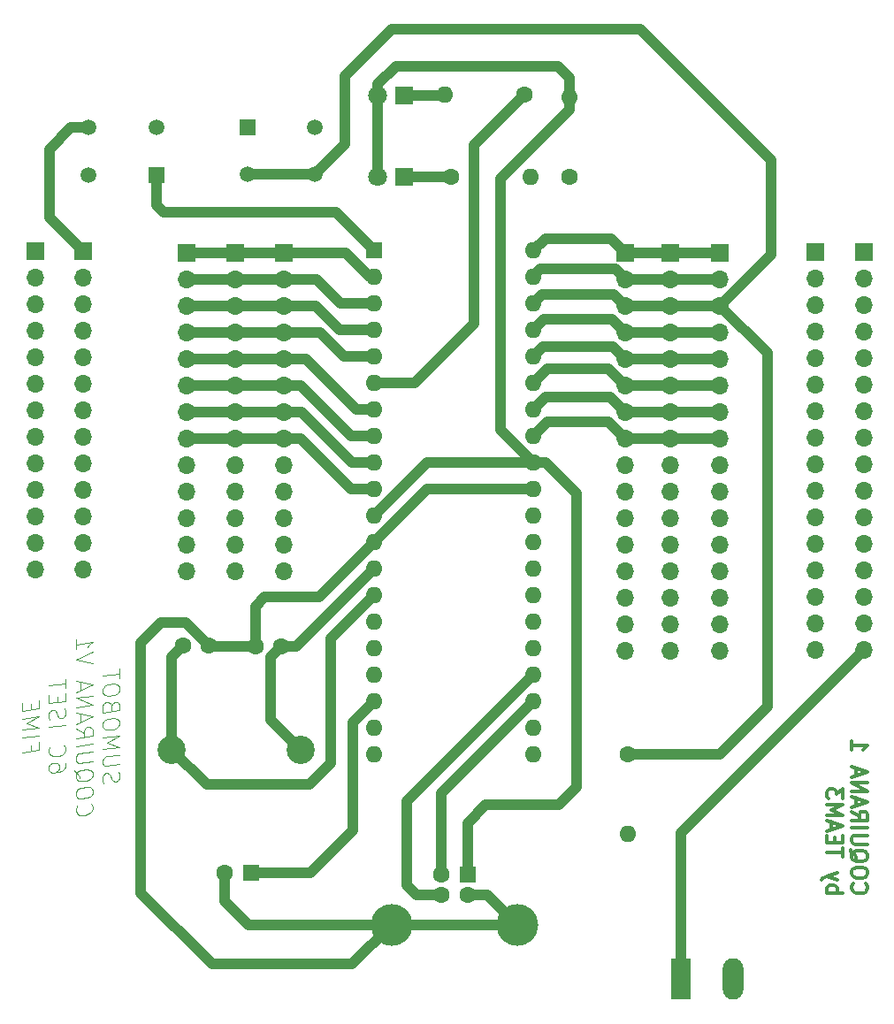
<source format=gbr>
%TF.GenerationSoftware,KiCad,Pcbnew,8.0.8*%
%TF.CreationDate,2025-04-17T23:47:29-06:00*%
%TF.ProjectId,Coquirana1,436f7175-6972-4616-9e61-312e6b696361,rev?*%
%TF.SameCoordinates,Original*%
%TF.FileFunction,Copper,L2,Bot*%
%TF.FilePolarity,Positive*%
%FSLAX46Y46*%
G04 Gerber Fmt 4.6, Leading zero omitted, Abs format (unit mm)*
G04 Created by KiCad (PCBNEW 8.0.8) date 2025-04-17 23:47:29*
%MOMM*%
%LPD*%
G01*
G04 APERTURE LIST*
%ADD10C,0.125000*%
%TA.AperFunction,NonConductor*%
%ADD11C,0.125000*%
%TD*%
%ADD12C,0.300000*%
%TA.AperFunction,NonConductor*%
%ADD13C,0.300000*%
%TD*%
%TA.AperFunction,ComponentPad*%
%ADD14C,1.600000*%
%TD*%
%TA.AperFunction,ComponentPad*%
%ADD15O,1.600000X1.600000*%
%TD*%
%TA.AperFunction,ComponentPad*%
%ADD16C,1.498000*%
%TD*%
%TA.AperFunction,ComponentPad*%
%ADD17R,1.498000X1.498000*%
%TD*%
%TA.AperFunction,ComponentPad*%
%ADD18R,1.700000X1.700000*%
%TD*%
%TA.AperFunction,ComponentPad*%
%ADD19O,1.700000X1.700000*%
%TD*%
%TA.AperFunction,ComponentPad*%
%ADD20R,1.600000X1.600000*%
%TD*%
%TA.AperFunction,ComponentPad*%
%ADD21R,1.800000X1.800000*%
%TD*%
%TA.AperFunction,ComponentPad*%
%ADD22C,1.800000*%
%TD*%
%TA.AperFunction,ComponentPad*%
%ADD23C,4.000000*%
%TD*%
%TA.AperFunction,ComponentPad*%
%ADD24R,1.980000X3.960000*%
%TD*%
%TA.AperFunction,ComponentPad*%
%ADD25O,1.980000X3.960000*%
%TD*%
%TA.AperFunction,ComponentPad*%
%ADD26C,2.700000*%
%TD*%
%TA.AperFunction,Conductor*%
%ADD27C,1.000000*%
%TD*%
%TA.AperFunction,Conductor*%
%ADD28C,0.200000*%
%TD*%
G04 APERTURE END LIST*
D10*
D11*
X115856230Y-115945237D02*
X115780039Y-115726189D01*
X115780039Y-115726189D02*
X115780039Y-115345237D01*
X115780039Y-115345237D02*
X115856230Y-115183332D01*
X115856230Y-115183332D02*
X115932420Y-115097618D01*
X115932420Y-115097618D02*
X116084801Y-115002379D01*
X116084801Y-115002379D02*
X116237182Y-114983332D01*
X116237182Y-114983332D02*
X116389563Y-115040475D01*
X116389563Y-115040475D02*
X116465753Y-115107141D01*
X116465753Y-115107141D02*
X116541944Y-115249999D01*
X116541944Y-115249999D02*
X116618134Y-115545237D01*
X116618134Y-115545237D02*
X116694325Y-115688094D01*
X116694325Y-115688094D02*
X116770515Y-115754760D01*
X116770515Y-115754760D02*
X116922896Y-115811903D01*
X116922896Y-115811903D02*
X117075277Y-115792856D01*
X117075277Y-115792856D02*
X117227658Y-115697618D01*
X117227658Y-115697618D02*
X117303849Y-115611903D01*
X117303849Y-115611903D02*
X117380039Y-115449999D01*
X117380039Y-115449999D02*
X117380039Y-115069046D01*
X117380039Y-115069046D02*
X117303849Y-114849999D01*
X117380039Y-114154760D02*
X116084801Y-114316665D01*
X116084801Y-114316665D02*
X115932420Y-114259522D01*
X115932420Y-114259522D02*
X115856230Y-114192855D01*
X115856230Y-114192855D02*
X115780039Y-114049998D01*
X115780039Y-114049998D02*
X115780039Y-113745236D01*
X115780039Y-113745236D02*
X115856230Y-113583331D01*
X115856230Y-113583331D02*
X115932420Y-113497617D01*
X115932420Y-113497617D02*
X116084801Y-113402379D01*
X116084801Y-113402379D02*
X117380039Y-113240474D01*
X115780039Y-112678570D02*
X117380039Y-112478570D01*
X117380039Y-112478570D02*
X116237182Y-112088094D01*
X116237182Y-112088094D02*
X117380039Y-111411903D01*
X117380039Y-111411903D02*
X115780039Y-111611903D01*
X117380039Y-110345237D02*
X117380039Y-110040475D01*
X117380039Y-110040475D02*
X117303849Y-109897618D01*
X117303849Y-109897618D02*
X117151468Y-109764285D01*
X117151468Y-109764285D02*
X116846706Y-109726189D01*
X116846706Y-109726189D02*
X116313372Y-109792856D01*
X116313372Y-109792856D02*
X116008610Y-109907142D01*
X116008610Y-109907142D02*
X115856230Y-110078570D01*
X115856230Y-110078570D02*
X115780039Y-110240475D01*
X115780039Y-110240475D02*
X115780039Y-110545237D01*
X115780039Y-110545237D02*
X115856230Y-110688094D01*
X115856230Y-110688094D02*
X116008610Y-110821428D01*
X116008610Y-110821428D02*
X116313372Y-110859523D01*
X116313372Y-110859523D02*
X116846706Y-110792856D01*
X116846706Y-110792856D02*
X117151468Y-110678570D01*
X117151468Y-110678570D02*
X117303849Y-110507142D01*
X117303849Y-110507142D02*
X117380039Y-110345237D01*
X116618134Y-108535714D02*
X116541944Y-108316666D01*
X116541944Y-108316666D02*
X116465753Y-108249999D01*
X116465753Y-108249999D02*
X116313372Y-108192857D01*
X116313372Y-108192857D02*
X116084801Y-108221428D01*
X116084801Y-108221428D02*
X115932420Y-108316666D01*
X115932420Y-108316666D02*
X115856230Y-108402380D01*
X115856230Y-108402380D02*
X115780039Y-108564285D01*
X115780039Y-108564285D02*
X115780039Y-109173809D01*
X115780039Y-109173809D02*
X117380039Y-108973809D01*
X117380039Y-108973809D02*
X117380039Y-108440476D01*
X117380039Y-108440476D02*
X117303849Y-108297618D01*
X117303849Y-108297618D02*
X117227658Y-108230952D01*
X117227658Y-108230952D02*
X117075277Y-108173809D01*
X117075277Y-108173809D02*
X116922896Y-108192857D01*
X116922896Y-108192857D02*
X116770515Y-108288095D01*
X116770515Y-108288095D02*
X116694325Y-108373809D01*
X116694325Y-108373809D02*
X116618134Y-108535714D01*
X116618134Y-108535714D02*
X116618134Y-109069047D01*
X117380039Y-107069047D02*
X117380039Y-106764285D01*
X117380039Y-106764285D02*
X117303849Y-106621428D01*
X117303849Y-106621428D02*
X117151468Y-106488095D01*
X117151468Y-106488095D02*
X116846706Y-106449999D01*
X116846706Y-106449999D02*
X116313372Y-106516666D01*
X116313372Y-106516666D02*
X116008610Y-106630952D01*
X116008610Y-106630952D02*
X115856230Y-106802380D01*
X115856230Y-106802380D02*
X115780039Y-106964285D01*
X115780039Y-106964285D02*
X115780039Y-107269047D01*
X115780039Y-107269047D02*
X115856230Y-107411904D01*
X115856230Y-107411904D02*
X116008610Y-107545238D01*
X116008610Y-107545238D02*
X116313372Y-107583333D01*
X116313372Y-107583333D02*
X116846706Y-107516666D01*
X116846706Y-107516666D02*
X117151468Y-107402380D01*
X117151468Y-107402380D02*
X117303849Y-107230952D01*
X117303849Y-107230952D02*
X117380039Y-107069047D01*
X117380039Y-105926190D02*
X117380039Y-105011905D01*
X115780039Y-105669048D02*
X117380039Y-105469048D01*
X113356510Y-118107143D02*
X113280320Y-118192857D01*
X113280320Y-118192857D02*
X113204129Y-118430952D01*
X113204129Y-118430952D02*
X113204129Y-118583333D01*
X113204129Y-118583333D02*
X113280320Y-118802381D01*
X113280320Y-118802381D02*
X113432700Y-118935714D01*
X113432700Y-118935714D02*
X113585081Y-118992857D01*
X113585081Y-118992857D02*
X113889843Y-119030952D01*
X113889843Y-119030952D02*
X114118415Y-119002381D01*
X114118415Y-119002381D02*
X114423177Y-118888095D01*
X114423177Y-118888095D02*
X114575558Y-118792857D01*
X114575558Y-118792857D02*
X114727939Y-118621428D01*
X114727939Y-118621428D02*
X114804129Y-118383333D01*
X114804129Y-118383333D02*
X114804129Y-118230952D01*
X114804129Y-118230952D02*
X114727939Y-118011905D01*
X114727939Y-118011905D02*
X114651748Y-117945238D01*
X114804129Y-116935714D02*
X114804129Y-116630952D01*
X114804129Y-116630952D02*
X114727939Y-116488095D01*
X114727939Y-116488095D02*
X114575558Y-116354762D01*
X114575558Y-116354762D02*
X114270796Y-116316666D01*
X114270796Y-116316666D02*
X113737462Y-116383333D01*
X113737462Y-116383333D02*
X113432700Y-116497619D01*
X113432700Y-116497619D02*
X113280320Y-116669047D01*
X113280320Y-116669047D02*
X113204129Y-116830952D01*
X113204129Y-116830952D02*
X113204129Y-117135714D01*
X113204129Y-117135714D02*
X113280320Y-117278571D01*
X113280320Y-117278571D02*
X113432700Y-117411905D01*
X113432700Y-117411905D02*
X113737462Y-117450000D01*
X113737462Y-117450000D02*
X114270796Y-117383333D01*
X114270796Y-117383333D02*
X114575558Y-117269047D01*
X114575558Y-117269047D02*
X114727939Y-117097619D01*
X114727939Y-117097619D02*
X114804129Y-116935714D01*
X113051748Y-114716667D02*
X113127939Y-114859524D01*
X113127939Y-114859524D02*
X113280320Y-114992857D01*
X113280320Y-114992857D02*
X113508891Y-115192857D01*
X113508891Y-115192857D02*
X113585081Y-115335715D01*
X113585081Y-115335715D02*
X113585081Y-115488095D01*
X113204129Y-115459524D02*
X113280320Y-115602381D01*
X113280320Y-115602381D02*
X113432700Y-115735715D01*
X113432700Y-115735715D02*
X113737462Y-115773810D01*
X113737462Y-115773810D02*
X114270796Y-115707143D01*
X114270796Y-115707143D02*
X114575558Y-115592857D01*
X114575558Y-115592857D02*
X114727939Y-115421429D01*
X114727939Y-115421429D02*
X114804129Y-115259524D01*
X114804129Y-115259524D02*
X114804129Y-114954762D01*
X114804129Y-114954762D02*
X114727939Y-114811905D01*
X114727939Y-114811905D02*
X114575558Y-114678572D01*
X114575558Y-114678572D02*
X114270796Y-114640476D01*
X114270796Y-114640476D02*
X113737462Y-114707143D01*
X113737462Y-114707143D02*
X113432700Y-114821429D01*
X113432700Y-114821429D02*
X113280320Y-114992857D01*
X113280320Y-114992857D02*
X113204129Y-115154762D01*
X113204129Y-115154762D02*
X113204129Y-115459524D01*
X114804129Y-113888096D02*
X113508891Y-114050001D01*
X113508891Y-114050001D02*
X113356510Y-113992858D01*
X113356510Y-113992858D02*
X113280320Y-113926191D01*
X113280320Y-113926191D02*
X113204129Y-113783334D01*
X113204129Y-113783334D02*
X113204129Y-113478572D01*
X113204129Y-113478572D02*
X113280320Y-113316667D01*
X113280320Y-113316667D02*
X113356510Y-113230953D01*
X113356510Y-113230953D02*
X113508891Y-113135715D01*
X113508891Y-113135715D02*
X114804129Y-112973810D01*
X113204129Y-112411906D02*
X114804129Y-112211906D01*
X113204129Y-110735715D02*
X113966034Y-111173810D01*
X113204129Y-111650001D02*
X114804129Y-111450001D01*
X114804129Y-111450001D02*
X114804129Y-110840477D01*
X114804129Y-110840477D02*
X114727939Y-110697620D01*
X114727939Y-110697620D02*
X114651748Y-110630953D01*
X114651748Y-110630953D02*
X114499367Y-110573810D01*
X114499367Y-110573810D02*
X114270796Y-110602382D01*
X114270796Y-110602382D02*
X114118415Y-110697620D01*
X114118415Y-110697620D02*
X114042224Y-110783334D01*
X114042224Y-110783334D02*
X113966034Y-110945239D01*
X113966034Y-110945239D02*
X113966034Y-111554763D01*
X113661272Y-110069049D02*
X113661272Y-109307144D01*
X113204129Y-110278572D02*
X114804129Y-109545239D01*
X114804129Y-109545239D02*
X113204129Y-109211906D01*
X113204129Y-108678572D02*
X114804129Y-108478572D01*
X114804129Y-108478572D02*
X113204129Y-107764286D01*
X113204129Y-107764286D02*
X114804129Y-107564286D01*
X113661272Y-107021430D02*
X113661272Y-106259525D01*
X113204129Y-107230953D02*
X114804129Y-106497620D01*
X114804129Y-106497620D02*
X113204129Y-106164287D01*
X114804129Y-104440476D02*
X113204129Y-104107143D01*
X113204129Y-104107143D02*
X114804129Y-103373810D01*
X113204129Y-102202381D02*
X113204129Y-103116666D01*
X113204129Y-102659524D02*
X114804129Y-102459524D01*
X114804129Y-102459524D02*
X114575558Y-102640476D01*
X114575558Y-102640476D02*
X114423177Y-102811905D01*
X114423177Y-102811905D02*
X114346986Y-102973809D01*
X112228219Y-114040477D02*
X112228219Y-114345239D01*
X112228219Y-114345239D02*
X112152029Y-114507143D01*
X112152029Y-114507143D02*
X112075838Y-114592858D01*
X112075838Y-114592858D02*
X111847267Y-114773810D01*
X111847267Y-114773810D02*
X111542505Y-114888096D01*
X111542505Y-114888096D02*
X110932981Y-114964286D01*
X110932981Y-114964286D02*
X110780600Y-114907143D01*
X110780600Y-114907143D02*
X110704410Y-114840477D01*
X110704410Y-114840477D02*
X110628219Y-114697620D01*
X110628219Y-114697620D02*
X110628219Y-114392858D01*
X110628219Y-114392858D02*
X110704410Y-114230953D01*
X110704410Y-114230953D02*
X110780600Y-114145239D01*
X110780600Y-114145239D02*
X110932981Y-114050000D01*
X110932981Y-114050000D02*
X111313933Y-114002381D01*
X111313933Y-114002381D02*
X111466314Y-114059524D01*
X111466314Y-114059524D02*
X111542505Y-114126191D01*
X111542505Y-114126191D02*
X111618695Y-114269048D01*
X111618695Y-114269048D02*
X111618695Y-114573810D01*
X111618695Y-114573810D02*
X111542505Y-114735715D01*
X111542505Y-114735715D02*
X111466314Y-114821429D01*
X111466314Y-114821429D02*
X111313933Y-114916667D01*
X110780600Y-112469048D02*
X110704410Y-112554762D01*
X110704410Y-112554762D02*
X110628219Y-112792857D01*
X110628219Y-112792857D02*
X110628219Y-112945238D01*
X110628219Y-112945238D02*
X110704410Y-113164286D01*
X110704410Y-113164286D02*
X110856790Y-113297619D01*
X110856790Y-113297619D02*
X111009171Y-113354762D01*
X111009171Y-113354762D02*
X111313933Y-113392857D01*
X111313933Y-113392857D02*
X111542505Y-113364286D01*
X111542505Y-113364286D02*
X111847267Y-113250000D01*
X111847267Y-113250000D02*
X111999648Y-113154762D01*
X111999648Y-113154762D02*
X112152029Y-112983333D01*
X112152029Y-112983333D02*
X112228219Y-112745238D01*
X112228219Y-112745238D02*
X112228219Y-112592857D01*
X112228219Y-112592857D02*
X112152029Y-112373810D01*
X112152029Y-112373810D02*
X112075838Y-112307143D01*
X110628219Y-110583333D02*
X112228219Y-110383333D01*
X110704410Y-109888095D02*
X110628219Y-109669047D01*
X110628219Y-109669047D02*
X110628219Y-109288095D01*
X110628219Y-109288095D02*
X110704410Y-109126190D01*
X110704410Y-109126190D02*
X110780600Y-109040476D01*
X110780600Y-109040476D02*
X110932981Y-108945237D01*
X110932981Y-108945237D02*
X111085362Y-108926190D01*
X111085362Y-108926190D02*
X111237743Y-108983333D01*
X111237743Y-108983333D02*
X111313933Y-109049999D01*
X111313933Y-109049999D02*
X111390124Y-109192857D01*
X111390124Y-109192857D02*
X111466314Y-109488095D01*
X111466314Y-109488095D02*
X111542505Y-109630952D01*
X111542505Y-109630952D02*
X111618695Y-109697618D01*
X111618695Y-109697618D02*
X111771076Y-109754761D01*
X111771076Y-109754761D02*
X111923457Y-109735714D01*
X111923457Y-109735714D02*
X112075838Y-109640476D01*
X112075838Y-109640476D02*
X112152029Y-109554761D01*
X112152029Y-109554761D02*
X112228219Y-109392857D01*
X112228219Y-109392857D02*
X112228219Y-109011904D01*
X112228219Y-109011904D02*
X112152029Y-108792857D01*
X111466314Y-108192856D02*
X111466314Y-107659523D01*
X110628219Y-107535713D02*
X110628219Y-108297618D01*
X110628219Y-108297618D02*
X112228219Y-108097618D01*
X112228219Y-108097618D02*
X112228219Y-107335713D01*
X112228219Y-106878570D02*
X112228219Y-105964285D01*
X110628219Y-106621428D02*
X112228219Y-106421428D01*
X108890404Y-112345238D02*
X108890404Y-112878571D01*
X108052309Y-112983333D02*
X109652309Y-112783333D01*
X109652309Y-112783333D02*
X109652309Y-112021428D01*
X108052309Y-111611904D02*
X109652309Y-111411904D01*
X108052309Y-110849999D02*
X109652309Y-110649999D01*
X109652309Y-110649999D02*
X108509452Y-110259523D01*
X108509452Y-110259523D02*
X109652309Y-109583332D01*
X109652309Y-109583332D02*
X108052309Y-109783332D01*
X108890404Y-108916666D02*
X108890404Y-108383333D01*
X108052309Y-108259523D02*
X108052309Y-109021428D01*
X108052309Y-109021428D02*
X109652309Y-108821428D01*
X109652309Y-108821428D02*
X109652309Y-108059523D01*
D12*
D13*
X187656944Y-125588346D02*
X187585516Y-125659774D01*
X187585516Y-125659774D02*
X187514087Y-125874060D01*
X187514087Y-125874060D02*
X187514087Y-126016917D01*
X187514087Y-126016917D02*
X187585516Y-126231203D01*
X187585516Y-126231203D02*
X187728373Y-126374060D01*
X187728373Y-126374060D02*
X187871230Y-126445489D01*
X187871230Y-126445489D02*
X188156944Y-126516917D01*
X188156944Y-126516917D02*
X188371230Y-126516917D01*
X188371230Y-126516917D02*
X188656944Y-126445489D01*
X188656944Y-126445489D02*
X188799801Y-126374060D01*
X188799801Y-126374060D02*
X188942658Y-126231203D01*
X188942658Y-126231203D02*
X189014087Y-126016917D01*
X189014087Y-126016917D02*
X189014087Y-125874060D01*
X189014087Y-125874060D02*
X188942658Y-125659774D01*
X188942658Y-125659774D02*
X188871230Y-125588346D01*
X189014087Y-124659774D02*
X189014087Y-124374060D01*
X189014087Y-124374060D02*
X188942658Y-124231203D01*
X188942658Y-124231203D02*
X188799801Y-124088346D01*
X188799801Y-124088346D02*
X188514087Y-124016917D01*
X188514087Y-124016917D02*
X188014087Y-124016917D01*
X188014087Y-124016917D02*
X187728373Y-124088346D01*
X187728373Y-124088346D02*
X187585516Y-124231203D01*
X187585516Y-124231203D02*
X187514087Y-124374060D01*
X187514087Y-124374060D02*
X187514087Y-124659774D01*
X187514087Y-124659774D02*
X187585516Y-124802632D01*
X187585516Y-124802632D02*
X187728373Y-124945489D01*
X187728373Y-124945489D02*
X188014087Y-125016917D01*
X188014087Y-125016917D02*
X188514087Y-125016917D01*
X188514087Y-125016917D02*
X188799801Y-124945489D01*
X188799801Y-124945489D02*
X188942658Y-124802632D01*
X188942658Y-124802632D02*
X189014087Y-124659774D01*
X187371230Y-122374060D02*
X187442658Y-122516917D01*
X187442658Y-122516917D02*
X187585516Y-122659774D01*
X187585516Y-122659774D02*
X187799801Y-122874060D01*
X187799801Y-122874060D02*
X187871230Y-123016917D01*
X187871230Y-123016917D02*
X187871230Y-123159774D01*
X187514087Y-123088345D02*
X187585516Y-123231203D01*
X187585516Y-123231203D02*
X187728373Y-123374060D01*
X187728373Y-123374060D02*
X188014087Y-123445488D01*
X188014087Y-123445488D02*
X188514087Y-123445488D01*
X188514087Y-123445488D02*
X188799801Y-123374060D01*
X188799801Y-123374060D02*
X188942658Y-123231203D01*
X188942658Y-123231203D02*
X189014087Y-123088345D01*
X189014087Y-123088345D02*
X189014087Y-122802631D01*
X189014087Y-122802631D02*
X188942658Y-122659774D01*
X188942658Y-122659774D02*
X188799801Y-122516917D01*
X188799801Y-122516917D02*
X188514087Y-122445488D01*
X188514087Y-122445488D02*
X188014087Y-122445488D01*
X188014087Y-122445488D02*
X187728373Y-122516917D01*
X187728373Y-122516917D02*
X187585516Y-122659774D01*
X187585516Y-122659774D02*
X187514087Y-122802631D01*
X187514087Y-122802631D02*
X187514087Y-123088345D01*
X189014087Y-121802631D02*
X187799801Y-121802631D01*
X187799801Y-121802631D02*
X187656944Y-121731202D01*
X187656944Y-121731202D02*
X187585516Y-121659774D01*
X187585516Y-121659774D02*
X187514087Y-121516916D01*
X187514087Y-121516916D02*
X187514087Y-121231202D01*
X187514087Y-121231202D02*
X187585516Y-121088345D01*
X187585516Y-121088345D02*
X187656944Y-121016916D01*
X187656944Y-121016916D02*
X187799801Y-120945488D01*
X187799801Y-120945488D02*
X189014087Y-120945488D01*
X187514087Y-120231202D02*
X189014087Y-120231202D01*
X187514087Y-118659773D02*
X188228373Y-119159773D01*
X187514087Y-119516916D02*
X189014087Y-119516916D01*
X189014087Y-119516916D02*
X189014087Y-118945487D01*
X189014087Y-118945487D02*
X188942658Y-118802630D01*
X188942658Y-118802630D02*
X188871230Y-118731201D01*
X188871230Y-118731201D02*
X188728373Y-118659773D01*
X188728373Y-118659773D02*
X188514087Y-118659773D01*
X188514087Y-118659773D02*
X188371230Y-118731201D01*
X188371230Y-118731201D02*
X188299801Y-118802630D01*
X188299801Y-118802630D02*
X188228373Y-118945487D01*
X188228373Y-118945487D02*
X188228373Y-119516916D01*
X187942658Y-118088344D02*
X187942658Y-117374059D01*
X187514087Y-118231201D02*
X189014087Y-117731201D01*
X189014087Y-117731201D02*
X187514087Y-117231201D01*
X187514087Y-116731202D02*
X189014087Y-116731202D01*
X189014087Y-116731202D02*
X187514087Y-115874059D01*
X187514087Y-115874059D02*
X189014087Y-115874059D01*
X187942658Y-115231201D02*
X187942658Y-114516916D01*
X187514087Y-115374058D02*
X189014087Y-114874058D01*
X189014087Y-114874058D02*
X187514087Y-114374058D01*
X187514087Y-111945487D02*
X187514087Y-112802630D01*
X187514087Y-112374059D02*
X189014087Y-112374059D01*
X189014087Y-112374059D02*
X188799801Y-112516916D01*
X188799801Y-112516916D02*
X188656944Y-112659773D01*
X188656944Y-112659773D02*
X188585516Y-112802630D01*
X185099171Y-126445489D02*
X186599171Y-126445489D01*
X186027742Y-126445489D02*
X186099171Y-126302632D01*
X186099171Y-126302632D02*
X186099171Y-126016917D01*
X186099171Y-126016917D02*
X186027742Y-125874060D01*
X186027742Y-125874060D02*
X185956314Y-125802632D01*
X185956314Y-125802632D02*
X185813457Y-125731203D01*
X185813457Y-125731203D02*
X185384885Y-125731203D01*
X185384885Y-125731203D02*
X185242028Y-125802632D01*
X185242028Y-125802632D02*
X185170600Y-125874060D01*
X185170600Y-125874060D02*
X185099171Y-126016917D01*
X185099171Y-126016917D02*
X185099171Y-126302632D01*
X185099171Y-126302632D02*
X185170600Y-126445489D01*
X186099171Y-125231203D02*
X185099171Y-124874060D01*
X186099171Y-124516917D02*
X185099171Y-124874060D01*
X185099171Y-124874060D02*
X184742028Y-125016917D01*
X184742028Y-125016917D02*
X184670600Y-125088346D01*
X184670600Y-125088346D02*
X184599171Y-125231203D01*
X186599171Y-123016917D02*
X186599171Y-122159775D01*
X185099171Y-122588346D02*
X186599171Y-122588346D01*
X185884885Y-121659775D02*
X185884885Y-121159775D01*
X185099171Y-120945489D02*
X185099171Y-121659775D01*
X185099171Y-121659775D02*
X186599171Y-121659775D01*
X186599171Y-121659775D02*
X186599171Y-120945489D01*
X185527742Y-120374060D02*
X185527742Y-119659775D01*
X185099171Y-120516917D02*
X186599171Y-120016917D01*
X186599171Y-120016917D02*
X185099171Y-119516917D01*
X185099171Y-119016918D02*
X186599171Y-119016918D01*
X186599171Y-119016918D02*
X185527742Y-118516918D01*
X185527742Y-118516918D02*
X186599171Y-118016918D01*
X186599171Y-118016918D02*
X185099171Y-118016918D01*
X186599171Y-117445489D02*
X186599171Y-116516917D01*
X186599171Y-116516917D02*
X186027742Y-117016917D01*
X186027742Y-117016917D02*
X186027742Y-116802632D01*
X186027742Y-116802632D02*
X185956314Y-116659775D01*
X185956314Y-116659775D02*
X185884885Y-116588346D01*
X185884885Y-116588346D02*
X185742028Y-116516917D01*
X185742028Y-116516917D02*
X185384885Y-116516917D01*
X185384885Y-116516917D02*
X185242028Y-116588346D01*
X185242028Y-116588346D02*
X185170600Y-116659775D01*
X185170600Y-116659775D02*
X185099171Y-116802632D01*
X185099171Y-116802632D02*
X185099171Y-117231203D01*
X185099171Y-117231203D02*
X185170600Y-117374060D01*
X185170600Y-117374060D02*
X185242028Y-117445489D01*
D14*
%TO.P,R5.1k,1*%
%TO.N,pin38*%
X166100000Y-113190000D03*
D15*
%TO.P,R5.1k,2*%
%TO.N,VCC*%
X166100000Y-120810000D03*
%TD*%
D16*
%TO.P,Boot,4*%
%TO.N,pin38*%
X136135000Y-57650000D03*
%TO.P,Boot,3*%
X129635000Y-57650000D03*
%TO.P,Boot,2*%
%TO.N,Earth*%
X136135000Y-53150000D03*
D17*
%TO.P,Boot,1*%
X129635000Y-53150000D03*
%TD*%
%TO.P,Reset,1*%
%TO.N,Net-(U1-Vpp{slash}~{MCLR}{slash}RE3)*%
X120950000Y-57700000D03*
D16*
%TO.P,Reset,2*%
X114450000Y-57700000D03*
%TO.P,Reset,3*%
%TO.N,Earth*%
X120950000Y-53200000D03*
%TO.P,Reset,4*%
X114450000Y-53200000D03*
%TD*%
D14*
%TO.P,R5.1k,1*%
%TO.N,Net-(U1-Vpp{slash}~{MCLR}{slash}RE3)*%
X160450000Y-57910000D03*
D15*
%TO.P,R5.1k,2*%
%TO.N,VCC*%
X160450000Y-50290000D03*
%TD*%
D18*
%TO.P,J3,1,Pin_1*%
%TO.N,pin2*%
X123800000Y-65210000D03*
D19*
%TO.P,J3,2,Pin_2*%
%TO.N,pin3*%
X123800000Y-67750000D03*
%TO.P,J3,3,Pin_3*%
%TO.N,pin4*%
X123800000Y-70290000D03*
%TO.P,J3,4,Pin_4*%
%TO.N,pin5*%
X123800000Y-72830000D03*
%TO.P,J3,5,Pin_5*%
%TO.N,pin7*%
X123800000Y-75370000D03*
%TO.P,J3,6,Pin_6*%
%TO.N,pin8*%
X123800000Y-77910000D03*
%TO.P,J3,7,Pin_7*%
%TO.N,pin9*%
X123800000Y-80450000D03*
%TO.P,J3,8,Pin_8*%
%TO.N,pin10*%
X123800000Y-82990000D03*
%TO.P,J3,9,Pin_9*%
%TO.N,pin15*%
X123800000Y-85530000D03*
%TO.P,J3,10,Pin_10*%
%TO.N,pin16*%
X123800000Y-88070000D03*
%TO.P,J3,11,Pin_11*%
%TO.N,pin17*%
X123800000Y-90610000D03*
%TO.P,J3,12,Pin_12*%
%TO.N,pin20*%
X123800000Y-93150000D03*
%TO.P,J3,13,Pin_13*%
%TO.N,pin19*%
X123800000Y-95690000D03*
%TD*%
D18*
%TO.P,VCC,1,Pin_1*%
%TO.N,VCC*%
X109300000Y-65050000D03*
D19*
%TO.P,VCC,2,Pin_2*%
X109300000Y-67590000D03*
%TO.P,VCC,3,Pin_3*%
X109300000Y-70130000D03*
%TO.P,VCC,4,Pin_4*%
X109300000Y-72670000D03*
%TO.P,VCC,5,Pin_5*%
X109300000Y-75210000D03*
%TO.P,VCC,6,Pin_6*%
X109300000Y-77750000D03*
%TO.P,VCC,7,Pin_7*%
X109300000Y-80290000D03*
%TO.P,VCC,8,Pin_8*%
X109300000Y-82830000D03*
%TO.P,VCC,9,Pin_9*%
X109300000Y-85370000D03*
%TO.P,VCC,10,Pin_10*%
X109300000Y-87910000D03*
%TO.P,VCC,11,Pin_11*%
X109300000Y-90450000D03*
%TO.P,VCC,12,Pin_12*%
X109300000Y-92990000D03*
%TO.P,VCC,13,Pin_13*%
X109300000Y-95530000D03*
%TD*%
D14*
%TO.P,15pF,1*%
%TO.N,Earth*%
X130400000Y-102850000D03*
%TO.P,15pF,2*%
%TO.N,Net-(U1-OSC1{slash}CLKI)*%
X132900000Y-102850000D03*
%TD*%
D18*
%TO.P,VCC,1,Pin_1*%
%TO.N,VCC*%
X184000000Y-65120000D03*
D19*
%TO.P,VCC,2,Pin_2*%
X184000000Y-67660000D03*
%TO.P,VCC,3,Pin_3*%
X184000000Y-70200000D03*
%TO.P,VCC,4,Pin_4*%
X184000000Y-72740000D03*
%TO.P,VCC,5,Pin_5*%
X184000000Y-75280000D03*
%TO.P,VCC,6,Pin_6*%
X184000000Y-77820000D03*
%TO.P,VCC,7,Pin_7*%
X184000000Y-80360000D03*
%TO.P,VCC,8,Pin_8*%
X184000000Y-82900000D03*
%TO.P,VCC,9,Pin_9*%
X184000000Y-85440000D03*
%TO.P,VCC,10,Pin_10*%
X184000000Y-87980000D03*
%TO.P,VCC,11,Pin_11*%
X184000000Y-90520000D03*
%TO.P,VCC,12,Pin_12*%
X184000000Y-93060000D03*
%TO.P,VCC,13,Pin_13*%
X184000000Y-95600000D03*
%TO.P,VCC,14,Pin_14*%
X184000000Y-98140000D03*
%TO.P,VCC,15,Pin_15*%
X184000000Y-100680000D03*
%TO.P,VCC,16,Pin_16*%
X184000000Y-103220000D03*
%TD*%
D20*
%TO.P,C220nF,1*%
%TO.N,Net-(U1-VUSB)*%
X129982380Y-124550000D03*
D14*
%TO.P,C220nF,2*%
%TO.N,Earth*%
X127482380Y-124550000D03*
%TD*%
D20*
%TO.P,PIC18F4550,1,Vpp/~{MCLR}/RE3*%
%TO.N,Net-(U1-Vpp{slash}~{MCLR}{slash}RE3)*%
X141760000Y-64950000D03*
D15*
%TO.P,PIC18F4550,2,RA0/AN0*%
%TO.N,pin2*%
X141760000Y-67490000D03*
%TO.P,PIC18F4550,3,RA1/AN1*%
%TO.N,pin3*%
X141760000Y-70030000D03*
%TO.P,PIC18F4550,4,RA2/AN2/Vref-/CVref*%
%TO.N,pin4*%
X141760000Y-72570000D03*
%TO.P,PIC18F4550,5,RA3/AN3/Vref+*%
%TO.N,pin5*%
X141760000Y-75110000D03*
%TO.P,PIC18F4550,6,RA4/T0CKI/C1OUT/RCV*%
%TO.N,Net-(U1-RA4{slash}T0CKI{slash}C1OUT{slash}RCV)*%
X141760000Y-77650000D03*
%TO.P,PIC18F4550,7,RA5/AN4/~{SS}/HLVDIN/C2OUT*%
%TO.N,pin7*%
X141760000Y-80190000D03*
%TO.P,PIC18F4550,8,CK1SPP/AN5/RE0*%
%TO.N,pin8*%
X141760000Y-82730000D03*
%TO.P,PIC18F4550,9,CK2SPP/AN6/RE1*%
%TO.N,pin9*%
X141760000Y-85270000D03*
%TO.P,PIC18F4550,10,OESPP/AN7/RE2*%
%TO.N,pin10*%
X141760000Y-87810000D03*
%TO.P,PIC18F4550,11,VDD*%
%TO.N,VCC*%
X141760000Y-90350000D03*
%TO.P,PIC18F4550,12,VSS*%
%TO.N,Earth*%
X141760000Y-92890000D03*
%TO.P,PIC18F4550,13,OSC1/CLKI*%
%TO.N,Net-(U1-OSC1{slash}CLKI)*%
X141760000Y-95430000D03*
%TO.P,PIC18F4550,14,RA6/OSC2/CLKO*%
%TO.N,Net-(U1-RA6{slash}OSC2{slash}CLKO)*%
X141760000Y-97970000D03*
%TO.P,PIC18F4550,15,T1OSO/T13CKI/RC0*%
%TO.N,pin15*%
X141760000Y-100510000D03*
%TO.P,PIC18F4550,16,~{UOE}/CCP2/T1OSI/RC1*%
%TO.N,pin16*%
X141760000Y-103050000D03*
%TO.P,PIC18F4550,17,P1A/CCP1/RC2*%
%TO.N,pin17*%
X141760000Y-105590000D03*
%TO.P,PIC18F4550,18,VUSB*%
%TO.N,Net-(U1-VUSB)*%
X141760000Y-108130000D03*
%TO.P,PIC18F4550,19,SPP0/RD0*%
%TO.N,pin19*%
X141760000Y-110670000D03*
%TO.P,PIC18F4550,20,SPP1/RD1*%
%TO.N,pin20*%
X141760000Y-113210000D03*
%TO.P,PIC18F4550,21,SPP2/RD2*%
%TO.N,pin21*%
X157000000Y-113210000D03*
%TO.P,PIC18F4550,22,SPP3/RD3*%
%TO.N,pin22*%
X157000000Y-110670000D03*
%TO.P,PIC18F4550,23,VM/D-/RC4*%
%TO.N,Net-(J1-D-)*%
X157000000Y-108130000D03*
%TO.P,PIC18F4550,24,VP/D+/RC5*%
%TO.N,Net-(J1-D+)*%
X157000000Y-105590000D03*
%TO.P,PIC18F4550,25,TX/CK/RC6*%
%TO.N,pin25*%
X157000000Y-103050000D03*
%TO.P,PIC18F4550,26,SDO/RX/DT/RC7*%
%TO.N,pin26*%
X157000000Y-100510000D03*
%TO.P,PIC18F4550,27,SPP4/RD4*%
%TO.N,pin27*%
X157000000Y-97970000D03*
%TO.P,PIC18F4550,28,P1B/SPP5/RD5*%
%TO.N,pin28*%
X157000000Y-95430000D03*
%TO.P,PIC18F4550,29,P1C/SPP6/RD6*%
%TO.N,pin29*%
X157000000Y-92890000D03*
%TO.P,PIC18F4550,30,P1D/SPP7/RD7*%
%TO.N,pin30*%
X157000000Y-90350000D03*
%TO.P,PIC18F4550,31,VSS*%
%TO.N,Earth*%
X157000000Y-87810000D03*
%TO.P,PIC18F4550,32,VDD*%
%TO.N,VCC*%
X157000000Y-85270000D03*
%TO.P,PIC18F4550,33,RB0/AN12/INT0/FLT0/SDI/SDA*%
%TO.N,pin33*%
X157000000Y-82730000D03*
%TO.P,PIC18F4550,34,RB1/AN10/INT1/SCK/SCL*%
%TO.N,pin34*%
X157000000Y-80190000D03*
%TO.P,PIC18F4550,35,RB2/AN8/INT2/VMO*%
%TO.N,pin35*%
X157000000Y-77650000D03*
%TO.P,PIC18F4550,36,RB3/AN9/CCP2/VPO*%
%TO.N,pin36*%
X157000000Y-75110000D03*
%TO.P,PIC18F4550,37,RB4/AN11/KBI0/CSSPP*%
%TO.N,pin37*%
X157000000Y-72570000D03*
%TO.P,PIC18F4550,38,RB5/KBI1/PGM*%
%TO.N,pin38*%
X157000000Y-70030000D03*
%TO.P,PIC18F4550,39,RB6/KBI2/PGC*%
%TO.N,pin39*%
X157000000Y-67490000D03*
%TO.P,PIC18F4550,40,RB7/KBI3/PGD*%
%TO.N,pin40*%
X157000000Y-64950000D03*
%TD*%
D21*
%TO.P,LEDR,1,K*%
%TO.N,Net-(D2-K)*%
X144620000Y-57940000D03*
D22*
%TO.P,LEDR,2,A*%
%TO.N,VCC*%
X142080000Y-57940000D03*
%TD*%
D18*
%TO.P,J4,1,Pin_1*%
%TO.N,pin2*%
X128450000Y-65210000D03*
D19*
%TO.P,J4,2,Pin_2*%
%TO.N,pin3*%
X128450000Y-67750000D03*
%TO.P,J4,3,Pin_3*%
%TO.N,pin4*%
X128450000Y-70290000D03*
%TO.P,J4,4,Pin_4*%
%TO.N,pin5*%
X128450000Y-72830000D03*
%TO.P,J4,5,Pin_5*%
%TO.N,pin7*%
X128450000Y-75370000D03*
%TO.P,J4,6,Pin_6*%
%TO.N,pin8*%
X128450000Y-77910000D03*
%TO.P,J4,7,Pin_7*%
%TO.N,pin9*%
X128450000Y-80450000D03*
%TO.P,J4,8,Pin_8*%
%TO.N,pin10*%
X128450000Y-82990000D03*
%TO.P,J4,9,Pin_9*%
%TO.N,pin15*%
X128450000Y-85530000D03*
%TO.P,J4,10,Pin_10*%
%TO.N,pin16*%
X128450000Y-88070000D03*
%TO.P,J4,11,Pin_11*%
%TO.N,pin17*%
X128450000Y-90610000D03*
%TO.P,J4,12,Pin_12*%
%TO.N,pin20*%
X128450000Y-93150000D03*
%TO.P,J4,13,Pin_13*%
%TO.N,pin19*%
X128450000Y-95690000D03*
%TD*%
D20*
%TO.P,USB,1,VBUS*%
%TO.N,VCC*%
X150700000Y-124690000D03*
D14*
%TO.P,USB,2,D-*%
%TO.N,Net-(J1-D-)*%
X148200000Y-124690000D03*
%TO.P,USB,3,D+*%
%TO.N,Net-(J1-D+)*%
X148200000Y-126690000D03*
%TO.P,USB,4,GND*%
%TO.N,Earth*%
X150700000Y-126690000D03*
D23*
%TO.P,USB,5,Shield*%
X155450000Y-129550000D03*
X143450000Y-129550000D03*
%TD*%
D24*
%TO.P,T-block,1,Pin_1*%
%TO.N,Earth*%
X171150000Y-134700000D03*
D25*
%TO.P,T-block,2,Pin_2*%
%TO.N,VCC*%
X176150000Y-134700000D03*
%TD*%
D18*
%TO.P,J6,1,Pin_1*%
%TO.N,pin40*%
X165800000Y-65150000D03*
D19*
%TO.P,J6,2,Pin_2*%
%TO.N,pin39*%
X165800000Y-67690000D03*
%TO.P,J6,3,Pin_3*%
%TO.N,pin38*%
X165800000Y-70230000D03*
%TO.P,J6,4,Pin_4*%
%TO.N,pin37*%
X165800000Y-72770000D03*
%TO.P,J6,5,Pin_5*%
%TO.N,pin36*%
X165800000Y-75310000D03*
%TO.P,J6,6,Pin_6*%
%TO.N,pin35*%
X165800000Y-77850000D03*
%TO.P,J6,7,Pin_7*%
%TO.N,pin34*%
X165800000Y-80390000D03*
%TO.P,J6,8,Pin_8*%
%TO.N,pin33*%
X165800000Y-82930000D03*
%TO.P,J6,9,Pin_9*%
%TO.N,pin30*%
X165800000Y-85470000D03*
%TO.P,J6,10,Pin_10*%
%TO.N,pin29*%
X165800000Y-88010000D03*
%TO.P,J6,11,Pin_11*%
%TO.N,pin28*%
X165800000Y-90550000D03*
%TO.P,J6,12,Pin_12*%
%TO.N,pin27*%
X165800000Y-93090000D03*
%TO.P,J6,13,Pin_13*%
%TO.N,pin26*%
X165800000Y-95630000D03*
%TO.P,J6,14,Pin_14*%
%TO.N,pin25*%
X165800000Y-98170000D03*
%TO.P,J6,15,Pin_15*%
%TO.N,pin22*%
X165800000Y-100710000D03*
%TO.P,J6,16,Pin_16*%
%TO.N,pin21*%
X165800000Y-103250000D03*
%TD*%
D21*
%TO.P,LEDV,1,K*%
%TO.N,Net-(D1-K)*%
X144680000Y-50090000D03*
D22*
%TO.P,LEDV,2,A*%
%TO.N,VCC*%
X142140000Y-50090000D03*
%TD*%
D14*
%TO.P,R470,1*%
%TO.N,Net-(U1-RA4{slash}T0CKI{slash}C1OUT{slash}RCV)*%
X156190000Y-50040000D03*
D15*
%TO.P,R470,2*%
%TO.N,Net-(D1-K)*%
X148570000Y-50040000D03*
%TD*%
D14*
%TO.P,15pF,1*%
%TO.N,Net-(U1-RA6{slash}OSC2{slash}CLKO)*%
X123450000Y-102800000D03*
%TO.P,15pF,2*%
%TO.N,Earth*%
X125950000Y-102800000D03*
%TD*%
D18*
%TO.P,GND,1,Pin_1*%
%TO.N,Earth*%
X113950000Y-65050000D03*
D19*
%TO.P,GND,2,Pin_2*%
X113950000Y-67590000D03*
%TO.P,GND,3,Pin_3*%
X113950000Y-70130000D03*
%TO.P,GND,4,Pin_4*%
X113950000Y-72670000D03*
%TO.P,GND,5,Pin_5*%
X113950000Y-75210000D03*
%TO.P,GND,6,Pin_6*%
X113950000Y-77750000D03*
%TO.P,GND,7,Pin_7*%
X113950000Y-80290000D03*
%TO.P,GND,8,Pin_8*%
X113950000Y-82830000D03*
%TO.P,GND,9,Pin_9*%
X113950000Y-85370000D03*
%TO.P,GND,10,Pin_10*%
X113950000Y-87910000D03*
%TO.P,GND,11,Pin_11*%
X113950000Y-90450000D03*
%TO.P,GND,12,Pin_12*%
X113950000Y-92990000D03*
%TO.P,GND,13,Pin_13*%
X113950000Y-95530000D03*
%TD*%
D14*
%TO.P,R470,1*%
%TO.N,Net-(D2-K)*%
X149100000Y-57900000D03*
D15*
%TO.P,R470,2*%
%TO.N,Earth*%
X156720000Y-57900000D03*
%TD*%
D26*
%TO.P,20MHz,1,1*%
%TO.N,Net-(U1-RA6{slash}OSC2{slash}CLKO)*%
X122400000Y-112750000D03*
%TO.P,20MHz,2,2*%
%TO.N,Net-(U1-OSC1{slash}CLKI)*%
X134740000Y-112750000D03*
%TD*%
D18*
%TO.P,J8,1,Pin_1*%
%TO.N,pin40*%
X174900000Y-65150000D03*
D19*
%TO.P,J8,2,Pin_2*%
%TO.N,pin39*%
X174900000Y-67690000D03*
%TO.P,J8,3,Pin_3*%
%TO.N,pin38*%
X174900000Y-70230000D03*
%TO.P,J8,4,Pin_4*%
%TO.N,pin37*%
X174900000Y-72770000D03*
%TO.P,J8,5,Pin_5*%
%TO.N,pin36*%
X174900000Y-75310000D03*
%TO.P,J8,6,Pin_6*%
%TO.N,pin35*%
X174900000Y-77850000D03*
%TO.P,J8,7,Pin_7*%
%TO.N,pin34*%
X174900000Y-80390000D03*
%TO.P,J8,8,Pin_8*%
%TO.N,pin33*%
X174900000Y-82930000D03*
%TO.P,J8,9,Pin_9*%
%TO.N,pin30*%
X174900000Y-85470000D03*
%TO.P,J8,10,Pin_10*%
%TO.N,pin29*%
X174900000Y-88010000D03*
%TO.P,J8,11,Pin_11*%
%TO.N,pin28*%
X174900000Y-90550000D03*
%TO.P,J8,12,Pin_12*%
%TO.N,pin27*%
X174900000Y-93090000D03*
%TO.P,J8,13,Pin_13*%
%TO.N,pin26*%
X174900000Y-95630000D03*
%TO.P,J8,14,Pin_14*%
%TO.N,pin25*%
X174900000Y-98170000D03*
%TO.P,J8,15,Pin_15*%
%TO.N,pin22*%
X174900000Y-100710000D03*
%TO.P,J8,16,Pin_16*%
%TO.N,pin21*%
X174900000Y-103250000D03*
%TD*%
D18*
%TO.P,J5,1,Pin_1*%
%TO.N,pin2*%
X133100000Y-65210000D03*
D19*
%TO.P,J5,2,Pin_2*%
%TO.N,pin3*%
X133100000Y-67750000D03*
%TO.P,J5,3,Pin_3*%
%TO.N,pin4*%
X133100000Y-70290000D03*
%TO.P,J5,4,Pin_4*%
%TO.N,pin5*%
X133100000Y-72830000D03*
%TO.P,J5,5,Pin_5*%
%TO.N,pin7*%
X133100000Y-75370000D03*
%TO.P,J5,6,Pin_6*%
%TO.N,pin8*%
X133100000Y-77910000D03*
%TO.P,J5,7,Pin_7*%
%TO.N,pin9*%
X133100000Y-80450000D03*
%TO.P,J5,8,Pin_8*%
%TO.N,pin10*%
X133100000Y-82990000D03*
%TO.P,J5,9,Pin_9*%
%TO.N,pin15*%
X133100000Y-85530000D03*
%TO.P,J5,10,Pin_10*%
%TO.N,pin16*%
X133100000Y-88070000D03*
%TO.P,J5,11,Pin_11*%
%TO.N,pin17*%
X133100000Y-90610000D03*
%TO.P,J5,12,Pin_12*%
%TO.N,pin20*%
X133100000Y-93150000D03*
%TO.P,J5,13,Pin_13*%
%TO.N,pin19*%
X133100000Y-95690000D03*
%TD*%
D18*
%TO.P,J7,1,Pin_1*%
%TO.N,pin40*%
X170150000Y-65150000D03*
D19*
%TO.P,J7,2,Pin_2*%
%TO.N,pin39*%
X170150000Y-67690000D03*
%TO.P,J7,3,Pin_3*%
%TO.N,pin38*%
X170150000Y-70230000D03*
%TO.P,J7,4,Pin_4*%
%TO.N,pin37*%
X170150000Y-72770000D03*
%TO.P,J7,5,Pin_5*%
%TO.N,pin36*%
X170150000Y-75310000D03*
%TO.P,J7,6,Pin_6*%
%TO.N,pin35*%
X170150000Y-77850000D03*
%TO.P,J7,7,Pin_7*%
%TO.N,pin34*%
X170150000Y-80390000D03*
%TO.P,J7,8,Pin_8*%
%TO.N,pin33*%
X170150000Y-82930000D03*
%TO.P,J7,9,Pin_9*%
%TO.N,pin30*%
X170150000Y-85470000D03*
%TO.P,J7,10,Pin_10*%
%TO.N,pin29*%
X170150000Y-88010000D03*
%TO.P,J7,11,Pin_11*%
%TO.N,pin28*%
X170150000Y-90550000D03*
%TO.P,J7,12,Pin_12*%
%TO.N,pin27*%
X170150000Y-93090000D03*
%TO.P,J7,13,Pin_13*%
%TO.N,pin26*%
X170150000Y-95630000D03*
%TO.P,J7,14,Pin_14*%
%TO.N,pin25*%
X170150000Y-98170000D03*
%TO.P,J7,15,Pin_15*%
%TO.N,pin22*%
X170150000Y-100710000D03*
%TO.P,J7,16,Pin_16*%
%TO.N,pin21*%
X170150000Y-103250000D03*
%TD*%
D18*
%TO.P,GND,1,Pin_1*%
%TO.N,Earth*%
X188650000Y-65120000D03*
D19*
%TO.P,GND,2,Pin_2*%
X188650000Y-67660000D03*
%TO.P,GND,3,Pin_3*%
X188650000Y-70200000D03*
%TO.P,GND,4,Pin_4*%
X188650000Y-72740000D03*
%TO.P,GND,5,Pin_5*%
X188650000Y-75280000D03*
%TO.P,GND,6,Pin_6*%
X188650000Y-77820000D03*
%TO.P,GND,7,Pin_7*%
X188650000Y-80360000D03*
%TO.P,GND,8,Pin_8*%
X188650000Y-82900000D03*
%TO.P,GND,9,Pin_9*%
X188650000Y-85440000D03*
%TO.P,GND,10,Pin_10*%
X188650000Y-87980000D03*
%TO.P,GND,11,Pin_11*%
X188650000Y-90520000D03*
%TO.P,GND,12,Pin_12*%
X188650000Y-93060000D03*
%TO.P,GND,13,Pin_13*%
X188650000Y-95600000D03*
%TO.P,GND,14,Pin_14*%
X188650000Y-98140000D03*
%TO.P,GND,15,Pin_15*%
X188650000Y-100680000D03*
%TO.P,GND,16,Pin_16*%
X188650000Y-103220000D03*
%TD*%
D27*
%TO.N,Earth*%
X171150000Y-120720000D02*
X171150000Y-134700000D01*
X188650000Y-103220000D02*
X171150000Y-120720000D01*
%TO.N,pin38*%
X136135000Y-57650000D02*
X129635000Y-57650000D01*
X139000000Y-54785000D02*
X136135000Y-57650000D01*
X143500000Y-43750000D02*
X139000000Y-48250000D01*
X139000000Y-48250000D02*
X139000000Y-54785000D01*
X179800000Y-56300000D02*
X167250000Y-43750000D01*
X167250000Y-43750000D02*
X143500000Y-43750000D01*
X174900000Y-70230000D02*
X179800000Y-65330000D01*
X179800000Y-65330000D02*
X179800000Y-56300000D01*
%TO.N,Net-(U1-Vpp{slash}~{MCLR}{slash}RE3)*%
X138110000Y-61300000D02*
X141760000Y-64950000D01*
X121650000Y-61300000D02*
X138110000Y-61300000D01*
X120950000Y-60600000D02*
X121650000Y-61300000D01*
X120950000Y-57700000D02*
X120950000Y-60600000D01*
%TO.N,Earth*%
X110700000Y-61800000D02*
X113950000Y-65050000D01*
X110700000Y-55250000D02*
X110700000Y-61800000D01*
X112750000Y-53200000D02*
X110700000Y-55250000D01*
X114450000Y-53200000D02*
X112750000Y-53200000D01*
%TO.N,pin38*%
X174860000Y-113190000D02*
X166100000Y-113190000D01*
X179400000Y-108650000D02*
X174860000Y-113190000D01*
X179400000Y-74730000D02*
X179400000Y-108650000D01*
X174900000Y-70230000D02*
X179400000Y-74730000D01*
%TO.N,Net-(U1-OSC1{slash}CLKI)*%
X134740000Y-112750000D02*
X131900000Y-109910000D01*
X131900000Y-109910000D02*
X131900000Y-103850000D01*
X141760000Y-95430000D02*
X134340000Y-102850000D01*
X134340000Y-102850000D02*
X132900000Y-102850000D01*
X131900000Y-103850000D02*
X132900000Y-102850000D01*
%TO.N,Earth*%
X131300000Y-98150000D02*
X130400000Y-99050000D01*
X129722500Y-129522500D02*
X127482380Y-127282380D01*
X146840000Y-87810000D02*
X141760000Y-92890000D01*
X136500000Y-98150000D02*
X131300000Y-98150000D01*
X155450000Y-129522500D02*
X152617500Y-126690000D01*
X157000000Y-87810000D02*
X146840000Y-87810000D01*
X123750000Y-100600000D02*
X125950000Y-102800000D01*
X121400000Y-100600000D02*
X123750000Y-100600000D01*
D28*
X126000000Y-102850000D02*
X125950000Y-102800000D01*
X130350000Y-102800000D02*
X130400000Y-102850000D01*
D27*
X130400000Y-102850000D02*
X126000000Y-102850000D01*
X141760000Y-92890000D02*
X136500000Y-98150000D01*
X119450000Y-126450000D02*
X119450000Y-102550000D01*
X139672500Y-133300000D02*
X126300000Y-133300000D01*
X126150000Y-133150000D02*
X119450000Y-126450000D01*
X143450000Y-129522500D02*
X129722500Y-129522500D01*
X130400000Y-99050000D02*
X130400000Y-102850000D01*
X143450000Y-129522500D02*
X155450000Y-129522500D01*
X119450000Y-102550000D02*
X121400000Y-100600000D01*
X143450000Y-129522500D02*
X139672500Y-133300000D01*
X126300000Y-133300000D02*
X126150000Y-133150000D01*
X152617500Y-126690000D02*
X150700000Y-126690000D01*
X127482380Y-127282380D02*
X127482380Y-124550000D01*
%TO.N,Net-(U1-RA6{slash}OSC2{slash}CLKO)*%
X122400000Y-112750000D02*
X125750000Y-116100000D01*
X137650000Y-114000000D02*
X137650000Y-102080000D01*
X137650000Y-102080000D02*
X141760000Y-97970000D01*
X122400000Y-112750000D02*
X122400000Y-103850000D01*
X135550000Y-116100000D02*
X137650000Y-114000000D01*
X122400000Y-103850000D02*
X123450000Y-102800000D01*
X125750000Y-116100000D02*
X135550000Y-116100000D01*
%TO.N,Net-(U1-VUSB)*%
X139750000Y-110140000D02*
X141760000Y-108130000D01*
X135650000Y-124550000D02*
X139750000Y-120450000D01*
X139750000Y-120450000D02*
X139750000Y-110140000D01*
X129982380Y-124550000D02*
X135650000Y-124550000D01*
%TO.N,Net-(D1-K)*%
X144680000Y-50090000D02*
X148520000Y-50090000D01*
D28*
X148520000Y-50090000D02*
X148570000Y-50040000D01*
D27*
%TO.N,VCC*%
X160450000Y-50290000D02*
X160450000Y-48400000D01*
X143850000Y-47300000D02*
X142140000Y-49010000D01*
X158170000Y-85270000D02*
X157000000Y-85270000D01*
X160450000Y-51500000D02*
X153850000Y-58100000D01*
X150700000Y-119800000D02*
X152450000Y-118050000D01*
X150700000Y-124690000D02*
X150700000Y-119800000D01*
X160450000Y-50290000D02*
X160450000Y-51500000D01*
D28*
X142140000Y-57880000D02*
X142080000Y-57940000D01*
D27*
X160450000Y-48400000D02*
X159350000Y-47300000D01*
X159350000Y-47300000D02*
X143850000Y-47300000D01*
X142140000Y-50090000D02*
X142140000Y-57880000D01*
X157000000Y-85270000D02*
X146840000Y-85270000D01*
X161150000Y-116350000D02*
X161150000Y-88250000D01*
X153850000Y-82120000D02*
X157000000Y-85270000D01*
X159450000Y-118050000D02*
X161150000Y-116350000D01*
X146840000Y-85270000D02*
X141760000Y-90350000D01*
X161150000Y-88250000D02*
X158170000Y-85270000D01*
X153850000Y-58100000D02*
X153850000Y-82120000D01*
X152450000Y-118050000D02*
X159450000Y-118050000D01*
X142140000Y-49010000D02*
X142140000Y-50090000D01*
D28*
%TO.N,Net-(D2-K)*%
X149060000Y-57940000D02*
X149100000Y-57900000D01*
D27*
X144620000Y-57940000D02*
X149060000Y-57940000D01*
%TO.N,Net-(J1-D-)*%
X148200000Y-124690000D02*
X148200000Y-116930000D01*
X148200000Y-116930000D02*
X157000000Y-108130000D01*
%TO.N,Net-(J1-D+)*%
X148200000Y-126690000D02*
X145840000Y-126690000D01*
X145840000Y-126690000D02*
X144900000Y-125750000D01*
X144900000Y-125750000D02*
X144900000Y-117690000D01*
X144900000Y-117690000D02*
X157000000Y-105590000D01*
%TO.N,pin4*%
X141760000Y-72570000D02*
X138470000Y-72570000D01*
X128450000Y-70290000D02*
X123800000Y-70290000D01*
X138470000Y-72570000D02*
X136190000Y-70290000D01*
X136190000Y-70290000D02*
X133100000Y-70290000D01*
X133100000Y-70290000D02*
X128450000Y-70290000D01*
%TO.N,pin3*%
X141760000Y-70030000D02*
X138580000Y-70030000D01*
X133100000Y-67750000D02*
X128450000Y-67750000D01*
X128450000Y-67750000D02*
X123800000Y-67750000D01*
X138580000Y-70030000D02*
X136300000Y-67750000D01*
X136300000Y-67750000D02*
X133100000Y-67750000D01*
%TO.N,pin2*%
X141300000Y-67490000D02*
X141760000Y-67490000D01*
X133100000Y-65210000D02*
X128450000Y-65210000D01*
X128450000Y-65210000D02*
X123800000Y-65210000D01*
X139020000Y-65210000D02*
X141300000Y-67490000D01*
X133100000Y-65210000D02*
X139020000Y-65210000D01*
%TO.N,pin5*%
X136630000Y-72830000D02*
X133100000Y-72830000D01*
X133100000Y-72830000D02*
X128450000Y-72830000D01*
X141760000Y-75110000D02*
X138910000Y-75110000D01*
X138910000Y-75110000D02*
X136630000Y-72830000D01*
X128450000Y-72830000D02*
X123800000Y-72830000D01*
%TO.N,pin37*%
X165800000Y-72770000D02*
X170150000Y-72770000D01*
D28*
X157000000Y-72350000D02*
X157000000Y-72570000D01*
D27*
X170150000Y-72770000D02*
X174900000Y-72770000D01*
D28*
X158050000Y-71520000D02*
X158050000Y-71500000D01*
D27*
X164530000Y-71500000D02*
X165800000Y-72770000D01*
X157000000Y-72570000D02*
X158050000Y-71520000D01*
X158050000Y-71500000D02*
X164530000Y-71500000D01*
%TO.N,pin33*%
X170150000Y-82930000D02*
X174900000Y-82930000D01*
X165800000Y-82930000D02*
X170150000Y-82930000D01*
X157000000Y-82730000D02*
X158380000Y-81350000D01*
X164220000Y-81350000D02*
X165800000Y-82930000D01*
X158380000Y-81350000D02*
X164220000Y-81350000D01*
%TO.N,pin35*%
X170150000Y-77850000D02*
X174900000Y-77850000D01*
X158400000Y-76250000D02*
X164200000Y-76250000D01*
X165800000Y-77850000D02*
X170150000Y-77850000D01*
X164200000Y-76250000D02*
X165800000Y-77850000D01*
X157000000Y-77650000D02*
X158400000Y-76250000D01*
D28*
X157200000Y-77850000D02*
X157000000Y-77650000D01*
D27*
%TO.N,pin34*%
X170150000Y-80390000D02*
X174900000Y-80390000D01*
X157000000Y-80190000D02*
X158190000Y-79000000D01*
X158190000Y-79000000D02*
X164410000Y-79000000D01*
X165800000Y-80390000D02*
X170150000Y-80390000D01*
D28*
X157200000Y-80390000D02*
X157000000Y-80190000D01*
D27*
X164410000Y-79000000D02*
X165800000Y-80390000D01*
%TO.N,pin38*%
X164720000Y-69150000D02*
X165800000Y-70230000D01*
X170150000Y-70230000D02*
X174900000Y-70230000D01*
X157000000Y-70030000D02*
X157880000Y-69150000D01*
X157880000Y-69150000D02*
X164720000Y-69150000D01*
X165800000Y-70230000D02*
X170150000Y-70230000D01*
%TO.N,pin7*%
X135220000Y-75370000D02*
X133100000Y-75370000D01*
X140040000Y-80190000D02*
X135220000Y-75370000D01*
X128450000Y-75370000D02*
X123800000Y-75370000D01*
X141760000Y-80190000D02*
X140040000Y-80190000D01*
X133100000Y-75370000D02*
X128450000Y-75370000D01*
%TO.N,pin36*%
X157000000Y-75110000D02*
X157960000Y-74150000D01*
X164640000Y-74150000D02*
X165800000Y-75310000D01*
X157960000Y-74150000D02*
X164640000Y-74150000D01*
X170150000Y-75310000D02*
X174900000Y-75310000D01*
X165800000Y-75310000D02*
X170150000Y-75310000D01*
%TO.N,pin39*%
X157000000Y-67450000D02*
X157700000Y-66750000D01*
D28*
X157000000Y-67490000D02*
X157000000Y-67450000D01*
D27*
X170150000Y-67690000D02*
X174900000Y-67690000D01*
X157700000Y-66750000D02*
X164860000Y-66750000D01*
X164860000Y-66750000D02*
X165800000Y-67690000D01*
X165800000Y-67690000D02*
X170150000Y-67690000D01*
%TO.N,pin10*%
X128450000Y-82990000D02*
X123800000Y-82990000D01*
X141760000Y-87810000D02*
X139560000Y-87810000D01*
X133100000Y-82990000D02*
X128450000Y-82990000D01*
X134740000Y-82990000D02*
X133100000Y-82990000D01*
X139560000Y-87810000D02*
X134740000Y-82990000D01*
%TO.N,pin8*%
X128450000Y-77910000D02*
X123800000Y-77910000D01*
X133100000Y-77910000D02*
X128450000Y-77910000D01*
X141760000Y-82730000D02*
X139580000Y-82730000D01*
X139580000Y-82730000D02*
X134760000Y-77910000D01*
X134760000Y-77910000D02*
X133100000Y-77910000D01*
%TO.N,pin9*%
X133100000Y-80450000D02*
X128450000Y-80450000D01*
X128450000Y-80450000D02*
X123800000Y-80450000D01*
X141760000Y-85270000D02*
X139670000Y-85270000D01*
X139670000Y-85270000D02*
X134850000Y-80450000D01*
X134850000Y-80450000D02*
X133100000Y-80450000D01*
%TO.N,Net-(U1-RA4{slash}T0CKI{slash}C1OUT{slash}RCV)*%
X156190000Y-50040000D02*
X151350000Y-54880000D01*
D28*
X156340000Y-49890000D02*
X156190000Y-50040000D01*
D27*
X151350000Y-72000000D02*
X145700000Y-77650000D01*
X151350000Y-54880000D02*
X151350000Y-72000000D01*
X145700000Y-77650000D02*
X141760000Y-77650000D01*
%TO.N,pin40*%
X165800000Y-65150000D02*
X170150000Y-65150000D01*
X170150000Y-65150000D02*
X174900000Y-65150000D01*
X157000000Y-64950000D02*
X158150000Y-63800000D01*
X158150000Y-63800000D02*
X164450000Y-63800000D01*
X164450000Y-63800000D02*
X165800000Y-65150000D01*
%TD*%
M02*

</source>
